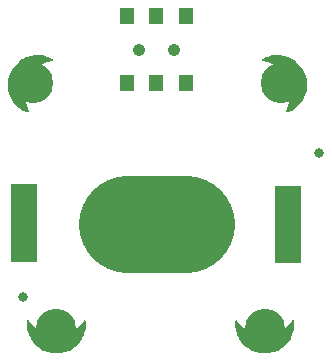
<source format=gbr>
G04 EAGLE Gerber RS-274X export*
G75*
%MOMM*%
%FSLAX34Y34*%
%LPD*%
%INSoldermask Top*%
%IPPOS*%
%AMOC8*
5,1,8,0,0,1.08239X$1,22.5*%
G01*
%ADD10R,2.235200X3.378200*%
%ADD11C,8.203200*%
%ADD12C,3.419200*%
%ADD13R,1.203200X1.353200*%
%ADD14C,1.053200*%
%ADD15C,0.838200*%

G36*
X255396Y3327D02*
X255396Y3327D01*
X255486Y3345D01*
X255550Y3348D01*
X259099Y4109D01*
X259185Y4141D01*
X259248Y4154D01*
X262639Y5449D01*
X262719Y5493D01*
X262780Y5516D01*
X265932Y7314D01*
X265946Y7325D01*
X265961Y7332D01*
X266010Y7373D01*
X266061Y7401D01*
X268902Y9661D01*
X268964Y9727D01*
X269016Y9767D01*
X271477Y12433D01*
X271529Y12508D01*
X271574Y12556D01*
X273599Y15568D01*
X273639Y15649D01*
X273676Y15703D01*
X275217Y18989D01*
X275243Y19076D01*
X275272Y19135D01*
X276292Y22618D01*
X276305Y22708D01*
X276324Y22770D01*
X276800Y26368D01*
X276799Y26460D01*
X276809Y26524D01*
X276729Y30152D01*
X276720Y30206D01*
X276721Y30260D01*
X276697Y30345D01*
X276683Y30433D01*
X276660Y30482D01*
X276646Y30534D01*
X276599Y30609D01*
X276561Y30690D01*
X276525Y30730D01*
X276497Y30776D01*
X276431Y30836D01*
X276373Y30903D01*
X276327Y30931D01*
X276287Y30968D01*
X276208Y31007D01*
X276133Y31055D01*
X276081Y31070D01*
X276032Y31094D01*
X275945Y31110D01*
X275860Y31135D01*
X275806Y31135D01*
X275753Y31145D01*
X275664Y31135D01*
X275576Y31136D01*
X275524Y31121D01*
X275470Y31115D01*
X275388Y31082D01*
X275302Y31058D01*
X275256Y31029D01*
X275206Y31009D01*
X275151Y30964D01*
X275061Y30907D01*
X274998Y30838D01*
X274947Y30796D01*
X272192Y27621D01*
X269068Y24918D01*
X265591Y22686D01*
X261833Y20972D01*
X257869Y19809D01*
X253780Y19222D01*
X249648Y19222D01*
X245559Y19809D01*
X241595Y20972D01*
X237837Y22686D01*
X234360Y24918D01*
X231236Y27621D01*
X228481Y30796D01*
X228440Y30831D01*
X228406Y30873D01*
X228333Y30924D01*
X228266Y30982D01*
X228217Y31005D01*
X228173Y31036D01*
X228089Y31064D01*
X228008Y31102D01*
X227955Y31110D01*
X227904Y31127D01*
X227815Y31132D01*
X227727Y31145D01*
X227674Y31138D01*
X227620Y31141D01*
X227533Y31120D01*
X227445Y31109D01*
X227396Y31088D01*
X227343Y31075D01*
X227266Y31031D01*
X227184Y30996D01*
X227143Y30962D01*
X227096Y30935D01*
X227034Y30872D01*
X226965Y30815D01*
X226935Y30771D01*
X226897Y30732D01*
X226855Y30654D01*
X226804Y30581D01*
X226787Y30530D01*
X226762Y30482D01*
X226748Y30412D01*
X226715Y30311D01*
X226711Y30217D01*
X226699Y30152D01*
X226619Y26524D01*
X226630Y26433D01*
X226628Y26368D01*
X227104Y22770D01*
X227128Y22682D01*
X227136Y22618D01*
X228156Y19135D01*
X228194Y19052D01*
X228211Y18989D01*
X229752Y15703D01*
X229802Y15627D01*
X229829Y15568D01*
X231854Y12556D01*
X231915Y12488D01*
X231951Y12433D01*
X234412Y9767D01*
X234483Y9709D01*
X234526Y9661D01*
X237367Y7401D01*
X237402Y7381D01*
X237423Y7361D01*
X237465Y7340D01*
X237496Y7314D01*
X240648Y5516D01*
X240733Y5482D01*
X240789Y5449D01*
X244180Y4154D01*
X244268Y4133D01*
X244329Y4109D01*
X247878Y3348D01*
X247968Y3341D01*
X248032Y3327D01*
X251655Y3116D01*
X251722Y3122D01*
X251773Y3116D01*
X255396Y3327D01*
G37*
G36*
X79120Y3327D02*
X79120Y3327D01*
X79210Y3345D01*
X79274Y3348D01*
X82823Y4109D01*
X82909Y4141D01*
X82972Y4154D01*
X86363Y5449D01*
X86443Y5493D01*
X86504Y5516D01*
X89656Y7314D01*
X89670Y7325D01*
X89685Y7332D01*
X89734Y7373D01*
X89785Y7401D01*
X92626Y9661D01*
X92688Y9727D01*
X92740Y9767D01*
X95201Y12433D01*
X95253Y12508D01*
X95298Y12556D01*
X97323Y15568D01*
X97363Y15649D01*
X97400Y15703D01*
X98941Y18989D01*
X98967Y19076D01*
X98996Y19135D01*
X100016Y22618D01*
X100029Y22708D01*
X100048Y22770D01*
X100524Y26368D01*
X100523Y26460D01*
X100533Y26524D01*
X100453Y30152D01*
X100444Y30206D01*
X100445Y30260D01*
X100421Y30345D01*
X100407Y30433D01*
X100384Y30482D01*
X100370Y30534D01*
X100323Y30609D01*
X100285Y30690D01*
X100249Y30730D01*
X100221Y30776D01*
X100155Y30836D01*
X100097Y30903D01*
X100051Y30931D01*
X100011Y30968D01*
X99932Y31007D01*
X99857Y31055D01*
X99805Y31070D01*
X99756Y31094D01*
X99669Y31110D01*
X99584Y31135D01*
X99530Y31135D01*
X99477Y31145D01*
X99388Y31135D01*
X99300Y31136D01*
X99248Y31121D01*
X99194Y31115D01*
X99112Y31082D01*
X99026Y31058D01*
X98980Y31029D01*
X98930Y31009D01*
X98875Y30964D01*
X98785Y30907D01*
X98722Y30838D01*
X98671Y30796D01*
X95916Y27621D01*
X92792Y24918D01*
X89315Y22686D01*
X85557Y20972D01*
X81593Y19809D01*
X77504Y19222D01*
X73372Y19222D01*
X69283Y19809D01*
X65319Y20972D01*
X61561Y22686D01*
X58084Y24918D01*
X54960Y27621D01*
X52205Y30796D01*
X52164Y30831D01*
X52130Y30873D01*
X52057Y30924D01*
X51990Y30982D01*
X51941Y31005D01*
X51897Y31036D01*
X51813Y31064D01*
X51732Y31102D01*
X51679Y31110D01*
X51628Y31127D01*
X51539Y31132D01*
X51451Y31145D01*
X51398Y31138D01*
X51344Y31141D01*
X51257Y31120D01*
X51169Y31109D01*
X51120Y31088D01*
X51067Y31075D01*
X50990Y31031D01*
X50908Y30996D01*
X50867Y30962D01*
X50820Y30935D01*
X50758Y30872D01*
X50689Y30815D01*
X50659Y30771D01*
X50621Y30732D01*
X50579Y30654D01*
X50528Y30581D01*
X50511Y30530D01*
X50486Y30482D01*
X50472Y30412D01*
X50439Y30311D01*
X50435Y30217D01*
X50423Y30152D01*
X50343Y26524D01*
X50354Y26433D01*
X50352Y26368D01*
X50828Y22770D01*
X50852Y22682D01*
X50860Y22618D01*
X51880Y19135D01*
X51918Y19052D01*
X51935Y18989D01*
X53476Y15703D01*
X53526Y15627D01*
X53553Y15568D01*
X55578Y12556D01*
X55639Y12488D01*
X55675Y12433D01*
X58136Y9767D01*
X58207Y9709D01*
X58250Y9661D01*
X61091Y7401D01*
X61126Y7381D01*
X61147Y7361D01*
X61189Y7340D01*
X61220Y7314D01*
X64372Y5516D01*
X64457Y5482D01*
X64513Y5449D01*
X67904Y4154D01*
X67992Y4133D01*
X68053Y4109D01*
X71602Y3348D01*
X71692Y3341D01*
X71756Y3327D01*
X75379Y3116D01*
X75446Y3122D01*
X75497Y3116D01*
X79120Y3327D01*
G37*
G36*
X270672Y207114D02*
X270672Y207114D01*
X270726Y207111D01*
X270796Y207129D01*
X270901Y207141D01*
X270987Y207177D01*
X271052Y207194D01*
X274374Y208655D01*
X274451Y208703D01*
X274511Y208728D01*
X277571Y210680D01*
X277640Y210739D01*
X277696Y210774D01*
X280421Y213171D01*
X280480Y213240D01*
X280530Y213282D01*
X282857Y216067D01*
X282905Y216145D01*
X282947Y216194D01*
X284821Y219302D01*
X284857Y219386D01*
X284891Y219441D01*
X286268Y222800D01*
X286290Y222888D01*
X286316Y222948D01*
X287163Y226477D01*
X287171Y226568D01*
X287187Y226631D01*
X287485Y230248D01*
X287480Y230339D01*
X287486Y230404D01*
X287227Y234024D01*
X287208Y234113D01*
X287204Y234178D01*
X286395Y237716D01*
X286362Y237801D01*
X286348Y237865D01*
X285008Y241237D01*
X284974Y241296D01*
X284958Y241344D01*
X283236Y244539D01*
X283182Y244612D01*
X283152Y244670D01*
X280962Y247564D01*
X280897Y247628D01*
X280859Y247681D01*
X278252Y250206D01*
X278178Y250260D01*
X278132Y250306D01*
X275170Y252403D01*
X275089Y252444D01*
X275036Y252483D01*
X271788Y254102D01*
X271701Y254131D01*
X271644Y254161D01*
X268186Y255265D01*
X268097Y255280D01*
X268035Y255301D01*
X264449Y255863D01*
X264358Y255865D01*
X264294Y255876D01*
X260665Y255883D01*
X260574Y255871D01*
X260509Y255872D01*
X256921Y255324D01*
X256834Y255298D01*
X256770Y255289D01*
X253308Y254200D01*
X253225Y254161D01*
X253163Y254142D01*
X249908Y252536D01*
X249864Y252506D01*
X249814Y252484D01*
X249747Y252426D01*
X249673Y252376D01*
X249639Y252334D01*
X249598Y252299D01*
X249549Y252225D01*
X249492Y252157D01*
X249471Y252107D01*
X249441Y252062D01*
X249414Y251978D01*
X249379Y251896D01*
X249372Y251843D01*
X249356Y251791D01*
X249354Y251702D01*
X249342Y251614D01*
X249350Y251561D01*
X249349Y251507D01*
X249372Y251421D01*
X249385Y251333D01*
X249408Y251284D01*
X249422Y251232D01*
X249467Y251156D01*
X249504Y251075D01*
X249540Y251034D01*
X249567Y250988D01*
X249632Y250927D01*
X249690Y250860D01*
X249736Y250831D01*
X249775Y250794D01*
X249840Y250763D01*
X249929Y250705D01*
X250018Y250678D01*
X250078Y250650D01*
X254120Y249494D01*
X257890Y247805D01*
X261382Y245597D01*
X264524Y242915D01*
X267253Y239814D01*
X269514Y236356D01*
X271260Y232612D01*
X272455Y228658D01*
X273077Y224574D01*
X273111Y220443D01*
X272558Y216349D01*
X271429Y212375D01*
X269716Y208537D01*
X269701Y208485D01*
X269677Y208436D01*
X269662Y208349D01*
X269637Y208263D01*
X269638Y208209D01*
X269628Y208156D01*
X269638Y208068D01*
X269638Y207979D01*
X269653Y207927D01*
X269659Y207873D01*
X269693Y207791D01*
X269717Y207706D01*
X269746Y207660D01*
X269767Y207610D01*
X269822Y207541D01*
X269869Y207466D01*
X269910Y207430D01*
X269943Y207387D01*
X270015Y207336D01*
X270082Y207277D01*
X270131Y207254D01*
X270174Y207222D01*
X270258Y207193D01*
X270338Y207154D01*
X270392Y207146D01*
X270443Y207128D01*
X270531Y207122D01*
X270619Y207108D01*
X270672Y207114D01*
G37*
G36*
X51235Y207118D02*
X51235Y207118D01*
X51324Y207119D01*
X51376Y207134D01*
X51430Y207140D01*
X51512Y207174D01*
X51597Y207199D01*
X51642Y207229D01*
X51692Y207249D01*
X51762Y207305D01*
X51836Y207353D01*
X51872Y207393D01*
X51914Y207427D01*
X51965Y207499D01*
X52024Y207566D01*
X52047Y207615D01*
X52078Y207659D01*
X52107Y207743D01*
X52145Y207823D01*
X52154Y207877D01*
X52171Y207928D01*
X52176Y208016D01*
X52190Y208104D01*
X52184Y208158D01*
X52186Y208212D01*
X52168Y208281D01*
X52156Y208386D01*
X52119Y208472D01*
X52102Y208537D01*
X50389Y212375D01*
X49260Y216349D01*
X48707Y220443D01*
X48741Y224574D01*
X49363Y228658D01*
X50558Y232612D01*
X52304Y236356D01*
X54565Y239814D01*
X57294Y242915D01*
X60436Y245597D01*
X62431Y246858D01*
X62431Y246859D01*
X63928Y247805D01*
X67698Y249494D01*
X71740Y250650D01*
X71789Y250671D01*
X71842Y250685D01*
X71918Y250729D01*
X71999Y250765D01*
X72041Y250800D01*
X72088Y250827D01*
X72149Y250891D01*
X72217Y250948D01*
X72247Y250993D01*
X72284Y251032D01*
X72326Y251111D01*
X72375Y251185D01*
X72391Y251236D01*
X72417Y251284D01*
X72435Y251371D01*
X72462Y251455D01*
X72463Y251509D01*
X72474Y251562D01*
X72467Y251651D01*
X72470Y251740D01*
X72456Y251792D01*
X72452Y251846D01*
X72421Y251929D01*
X72398Y252015D01*
X72371Y252061D01*
X72352Y252112D01*
X72299Y252183D01*
X72254Y252260D01*
X72214Y252297D01*
X72182Y252340D01*
X72124Y252382D01*
X72047Y252455D01*
X71964Y252497D01*
X71910Y252536D01*
X68655Y254142D01*
X68568Y254170D01*
X68510Y254200D01*
X65048Y255289D01*
X64959Y255304D01*
X64897Y255324D01*
X61309Y255872D01*
X61218Y255873D01*
X61153Y255883D01*
X57524Y255876D01*
X57434Y255863D01*
X57369Y255863D01*
X53783Y255301D01*
X53696Y255274D01*
X53632Y255265D01*
X50174Y254161D01*
X50092Y254121D01*
X50030Y254102D01*
X46782Y252483D01*
X46707Y252431D01*
X46648Y252403D01*
X43686Y250306D01*
X43620Y250243D01*
X43566Y250206D01*
X40959Y247681D01*
X40904Y247609D01*
X40856Y247564D01*
X38666Y244670D01*
X38622Y244590D01*
X38582Y244539D01*
X36860Y241344D01*
X36837Y241281D01*
X36810Y241237D01*
X35470Y237865D01*
X35448Y237776D01*
X35423Y237716D01*
X34614Y234178D01*
X34606Y234087D01*
X34591Y234024D01*
X34332Y230404D01*
X34339Y230313D01*
X34333Y230248D01*
X34631Y226631D01*
X34651Y226542D01*
X34655Y226477D01*
X35502Y222948D01*
X35536Y222863D01*
X35550Y222800D01*
X36927Y219441D01*
X36973Y219363D01*
X36997Y219302D01*
X38871Y216194D01*
X38928Y216123D01*
X38961Y216067D01*
X41288Y213282D01*
X41356Y213221D01*
X41397Y213171D01*
X44122Y210774D01*
X44198Y210724D01*
X44247Y210680D01*
X47307Y208728D01*
X47390Y208690D01*
X47444Y208655D01*
X50766Y207194D01*
X50818Y207179D01*
X50867Y207156D01*
X50955Y207141D01*
X51040Y207117D01*
X51094Y207117D01*
X51147Y207108D01*
X51235Y207118D01*
G37*
D10*
X48260Y129540D03*
D11*
X135020Y113030D02*
X185020Y113030D01*
D10*
X271780Y96520D03*
X48260Y97790D03*
X271780Y128270D03*
D12*
X75438Y24130D03*
X251714Y24130D03*
X55880Y232410D03*
X265938Y232410D03*
D13*
X135020Y232100D03*
X160020Y232100D03*
X185020Y232100D03*
X135020Y288600D03*
X160020Y288600D03*
X185020Y288600D03*
D14*
X145020Y260350D03*
X175020Y260350D03*
D15*
X297840Y173152D03*
X47523Y51257D03*
M02*

</source>
